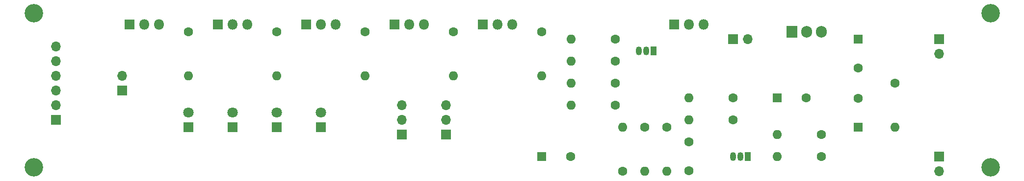
<source format=gbr>
%TF.GenerationSoftware,KiCad,Pcbnew,(5.1.10)-1*%
%TF.CreationDate,2021-09-28T13:49:37-04:00*%
%TF.ProjectId,LED Driver,4c454420-4472-4697-9665-722e6b696361,C*%
%TF.SameCoordinates,Original*%
%TF.FileFunction,Soldermask,Bot*%
%TF.FilePolarity,Negative*%
%FSLAX46Y46*%
G04 Gerber Fmt 4.6, Leading zero omitted, Abs format (unit mm)*
G04 Created by KiCad (PCBNEW (5.1.10)-1) date 2021-09-28 13:49:37*
%MOMM*%
%LPD*%
G01*
G04 APERTURE LIST*
%ADD10R,1.800000X1.800000*%
%ADD11C,1.800000*%
%ADD12C,3.200000*%
%ADD13O,1.600000X1.600000*%
%ADD14C,1.600000*%
%ADD15O,1.800000X1.800000*%
%ADD16R,1.050000X1.500000*%
%ADD17O,1.050000X1.500000*%
%ADD18R,1.905000X2.000000*%
%ADD19O,1.905000X2.000000*%
%ADD20O,1.700000X1.700000*%
%ADD21R,1.700000X1.700000*%
%ADD22R,1.600000X1.600000*%
G04 APERTURE END LIST*
D10*
%TO.C,D4*%
X78740000Y-101600000D03*
D11*
X78740000Y-99060000D03*
%TD*%
D12*
%TO.C,H4*%
X52070000Y-81915000D03*
%TD*%
%TO.C,H3*%
X52070000Y-108585000D03*
%TD*%
%TO.C,H1*%
X217170000Y-81915000D03*
%TD*%
%TO.C,H2*%
X217170000Y-108585000D03*
%TD*%
D13*
%TO.C,R17*%
X78740000Y-92710000D03*
D14*
X78740000Y-85090000D03*
%TD*%
D13*
%TO.C,R16*%
X93980000Y-92710000D03*
D14*
X93980000Y-85090000D03*
%TD*%
D13*
%TO.C,R15*%
X109220000Y-92710000D03*
D14*
X109220000Y-85090000D03*
%TD*%
%TO.C,R14*%
X124460000Y-85090000D03*
D13*
X124460000Y-92710000D03*
%TD*%
%TO.C,R12*%
X139700000Y-92710000D03*
D14*
X139700000Y-85090000D03*
%TD*%
D10*
%TO.C,Q8*%
X68580000Y-83820000D03*
D15*
X71120000Y-83820000D03*
X73660000Y-83820000D03*
%TD*%
%TO.C,Q7*%
X88900000Y-83820000D03*
X86360000Y-83820000D03*
D10*
X83820000Y-83820000D03*
%TD*%
D15*
%TO.C,Q6*%
X104140000Y-83820000D03*
X101600000Y-83820000D03*
D10*
X99060000Y-83820000D03*
%TD*%
D15*
%TO.C,Q5*%
X119380000Y-83820000D03*
X116840000Y-83820000D03*
D10*
X114300000Y-83820000D03*
%TD*%
D15*
%TO.C,Q4*%
X134620000Y-83820000D03*
X132080000Y-83820000D03*
D10*
X129540000Y-83820000D03*
%TD*%
D15*
%TO.C,Q3*%
X167640000Y-83820000D03*
X165100000Y-83820000D03*
D10*
X162560000Y-83820000D03*
%TD*%
D16*
%TO.C,Q1*%
X175260000Y-106680000D03*
D17*
X172720000Y-106680000D03*
X173990000Y-106680000D03*
%TD*%
D16*
%TO.C,Q2*%
X159004000Y-88392000D03*
D17*
X156464000Y-88392000D03*
X157734000Y-88392000D03*
%TD*%
D13*
%TO.C,R1*%
X200660000Y-101600000D03*
D14*
X200660000Y-93980000D03*
%TD*%
%TO.C,R3*%
X187960000Y-106680000D03*
D13*
X180340000Y-106680000D03*
%TD*%
D14*
%TO.C,R4*%
X172720000Y-100330000D03*
D13*
X165100000Y-100330000D03*
%TD*%
%TO.C,R5*%
X165100000Y-96520000D03*
D14*
X172720000Y-96520000D03*
%TD*%
D13*
%TO.C,R6*%
X161290000Y-109220000D03*
D14*
X161290000Y-101600000D03*
%TD*%
%TO.C,R7*%
X157480000Y-101600000D03*
D13*
X157480000Y-109220000D03*
%TD*%
%TO.C,R8*%
X153670000Y-101600000D03*
D14*
X153670000Y-109220000D03*
%TD*%
%TO.C,R9*%
X152400000Y-97790000D03*
D13*
X144780000Y-97790000D03*
%TD*%
D14*
%TO.C,R10*%
X152400000Y-86360000D03*
D13*
X144780000Y-86360000D03*
%TD*%
D14*
%TO.C,R11*%
X152400000Y-90170000D03*
D13*
X144780000Y-90170000D03*
%TD*%
%TO.C,R13*%
X144780000Y-93980000D03*
D14*
X152400000Y-93980000D03*
%TD*%
D18*
%TO.C,U1*%
X182880000Y-85090000D03*
D19*
X185420000Y-85090000D03*
X187960000Y-85090000D03*
%TD*%
D14*
%TO.C,R2*%
X187960000Y-102870000D03*
D13*
X180340000Y-102870000D03*
%TD*%
D20*
%TO.C,J1*%
X55880000Y-87630000D03*
X55880000Y-90170000D03*
X55880000Y-92710000D03*
X55880000Y-95250000D03*
X55880000Y-97790000D03*
D21*
X55880000Y-100330000D03*
%TD*%
%TO.C,J4*%
X67310000Y-95250000D03*
D20*
X67310000Y-92710000D03*
%TD*%
D21*
%TO.C,JP1A1*%
X115570000Y-102870000D03*
D20*
X115570000Y-100330000D03*
X115570000Y-97790000D03*
%TD*%
D21*
%TO.C,JP1B1*%
X123190000Y-102870000D03*
D20*
X123190000Y-100330000D03*
X123190000Y-97790000D03*
%TD*%
D21*
%TO.C,JP2*%
X172720000Y-86360000D03*
D20*
X175260000Y-86360000D03*
%TD*%
D21*
%TO.C,J3*%
X208280000Y-86360000D03*
D20*
X208280000Y-88900000D03*
%TD*%
D21*
%TO.C,J2*%
X208280000Y-106680000D03*
D20*
X208280000Y-109220000D03*
%TD*%
D22*
%TO.C,C4*%
X139700000Y-106680000D03*
D14*
X144700000Y-106680000D03*
%TD*%
D22*
%TO.C,C3*%
X180340000Y-96520000D03*
D14*
X185340000Y-96520000D03*
%TD*%
D22*
%TO.C,C2*%
X194310000Y-101600000D03*
D14*
X194310000Y-96600000D03*
%TD*%
D22*
%TO.C,C1*%
X194310000Y-86360000D03*
D14*
X194310000Y-91360000D03*
%TD*%
%TO.C,C5*%
X165100000Y-104140000D03*
X165100000Y-109140000D03*
%TD*%
D10*
%TO.C,D1*%
X101600000Y-101600000D03*
D11*
X101600000Y-99060000D03*
%TD*%
%TO.C,D2*%
X93980000Y-99060000D03*
D10*
X93980000Y-101600000D03*
%TD*%
D11*
%TO.C,D3*%
X86360000Y-99060000D03*
D10*
X86360000Y-101600000D03*
%TD*%
M02*

</source>
